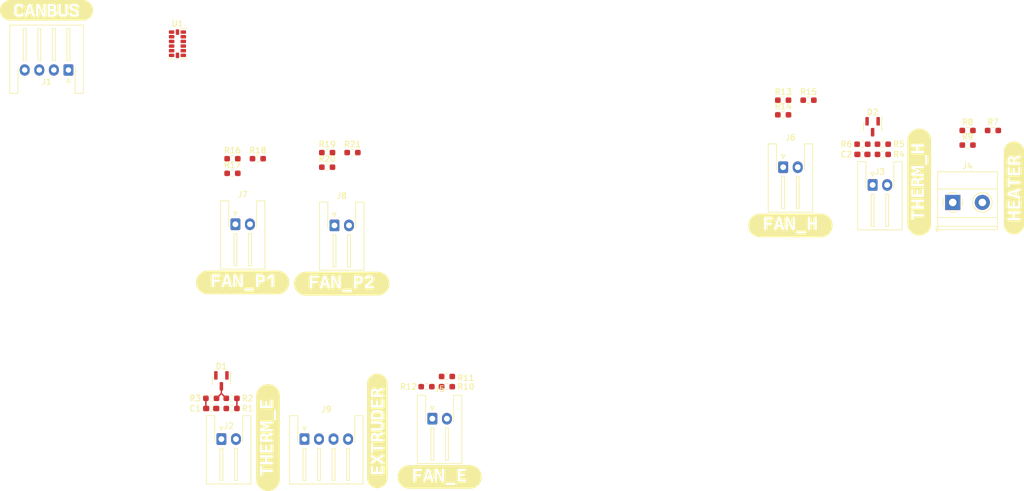
<source format=kicad_pcb>
(kicad_pcb (version 20211014) (generator pcbnew)
  (layers (0 "F.Cu" signal) (31 "B.Cu" signal) (34 "B.Paste" user) (35 "F.Paste" user) (36 "B.SilkS" user "B.Silkscreen") (37 "F.SilkS" user "F.Silkscreen") (38 "B.Mask" user) (39 "F.Mask" user) (44 "Edge.Cuts" user))
  (net 0 "")
  (net 1 "GND")
  (net 2 "+3V3")
  (net 3 "Net-(D1-Pad3)")
  (net 4 "Net-(D2-Pad3)")
  (net 7 "+24V")
  (net 9 "/ADXL/NCS")
  (net 14 "/ADXL/SDO")
  (net 15 "/ADXL/SDA")
  (net 16 "/ADXL/SCL")
  (net 17 "Net-(J2-Pad2)")
  (net 18 "Net-(J3-Pad2)")
  (net 19 "/Heater Element/+POWER")
  (net 20 "Net-(D3-Pad1)")
  (net 21 "/Extruder Fan/+POWER")
  (net 22 "Net-(D5-Pad1)")
  (net 23 "/Hotend Fan/+POWER")
  (net 24 "Net-(D7-Pad1)")
  (net 25 "/Part Fan 1/+POWER")
  (net 26 "Net-(D10-Pad2)")
  (net 27 "/Part Fan 2/+POWER")
  (net 28 "Net-(D11-Pad1)")
  (net 33 "/Extruder Thermistor/MCU")
  (net 34 "/Hotend Thermistor/MCU")
  (net 35 "/Heater Element/IN")
  (net 36 "Net-(Q1-Pad2)")
  (net 37 "Net-(D3-Pad2)")
  (net 38 "/Extruder Fan/IN")
  (net 39 "Net-(Q2-Pad2)")
  (net 40 "Net-(D5-Pad2)")
  (net 41 "/Hotend Fan/IN")
  (net 42 "Net-(Q3-Pad2)")
  (net 43 "Net-(D7-Pad2)")
  (net 44 "/Part Fan 1/IN")
  (net 45 "Net-(Q4-Pad2)")
  (net 46 "Net-(D9-Pad2)")
  (net 47 "/Part Fan 2/IN")
  (net 48 "Net-(Q5-Pad2)")
  (net 49 "Net-(D11-Pad2)")
  (footprint "Resistor_SMD:R_0603_1608Metric_Pad0.98x0.95mm_HandSolder" (layer "F.Cu") (at 151.5 29.69)
    (fp_text reference "R15" (at 0 -1.43) (layer "F.SilkS"))
    (fp_text value "4k7")
    (pad "1" smd roundrect (at -0.9125 0) (size 0.975 0.95) (layers "F.Cu" "F.Paste" "F.Mask") (net 23 "/Hotend Fan/+POWER"))
    (pad "2" smd roundrect (at 0.9125 0) (size 0.975 0.95) (layers "F.Cu" "F.Paste" "F.Mask") (net 43 "Net-(D7-Pad2)"))
  )
  (footprint "Resistor_SMD:R_0603_1608Metric_Pad0.98x0.95mm_HandSolder" (layer "F.Cu") (at 183.15 34.89)
    (fp_text reference "R7" (at 0 -1.43) (layer "F.SilkS"))
    (fp_text value "1k")
    (pad "1" smd roundrect (at -0.9125 0) (size 0.975 0.95) (layers "F.Cu" "F.Paste" "F.Mask") (net 35 "/Heater Element/IN"))
    (pad "2" smd roundrect (at 0.9125 0) (size 0.975 0.95) (layers "F.Cu" "F.Paste" "F.Mask") (net 36 "Net-(Q1-Pad2)"))
  )
  (footprint "Resistor_SMD:R_0603_1608Metric_Pad0.98x0.95mm_HandSolder" (layer "F.Cu") (at 73.25 38.69)
    (fp_text reference "R21" (at 0 -1.43) (layer "F.SilkS"))
    (fp_text value "4k7")
    (pad "1" smd roundrect (at -0.9125 0) (size 0.975 0.95) (layers "F.Cu" "F.Paste" "F.Mask") (net 27 "/Part Fan 2/+POWER"))
    (pad "2" smd roundrect (at 0.9125 0) (size 0.975 0.95) (layers "F.Cu" "F.Paste" "F.Mask") (net 49 "Net-(D11-Pad2)"))
  )
  (footprint "Resistor_SMD:R_0603_1608Metric_Pad0.98x0.95mm_HandSolder" (layer "F.Cu") (at 147.15 32.2)
    (fp_text reference "R14" (at 0 -1.43) (layer "F.SilkS"))
    (fp_text value "10k")
    (pad "1" smd roundrect (at -0.9125 0) (size 0.975 0.95) (layers "F.Cu" "F.Paste" "F.Mask") (net 41 "/Hotend Fan/IN"))
    (pad "2" smd roundrect (at 0.9125 0) (size 0.975 0.95) (layers "F.Cu" "F.Paste" "F.Mask") (net 1 "GND"))
  )
  (footprint "Connector_JST:JST_XH_S4B-XH-A-1_1x04_P2.50mm_Horizontal" (layer "F.Cu") (at 24.5 24.5 180)
    (fp_text reference "J1" (at 3.75 -2) (layer "F.SilkS"))
    (fp_text value "CANBUS" hide)
    (pad "1" thru_hole roundrect (at 0 0 180) (size 1.7 1.95) (drill 0.95) (layers *.Cu *.Mask) (roundrect_rratio 0.147059) (net 1 "GND"))
    (pad "2" thru_hole oval (at 2.5 0 180) (size 1.7 1.95) (drill 0.95) (layers *.Cu *.Mask))
    (pad "3" thru_hole oval (at 5 0 180) (size 1.7 1.95) (drill 0.95) (layers *.Cu *.Mask))
    (pad "4" thru_hole oval (at 7.5 0 180) (size 1.7 1.95) (drill 0.95) (layers *.Cu *.Mask) (net 7 "+24V"))
  )
  (footprint "kibuzzard-65BAC02F" (layer "F.Cu") (at 58.75 87.65 90)
    (fp_text reference "kibuzzard-65BAC02F" hide)
    (fp_text value "G***" hide)
  )
  (footprint "Connector_JST:JST_XH_S2B-XH-A-1_1x02_P2.50mm_Horizontal" (layer "F.Cu") (at 86.95 84.4)
    (fp_text reference "J5" (at 1.25 -5.1) (layer "F.SilkS"))
    (fp_text value "Conn_01x02" hide)
    (pad "1" thru_hole roundrect (at 0 0) (size 1.7 2) (drill 1) (layers *.Cu *.Mask) (roundrect_rratio 0.147059) (net 21 "/Extruder Fan/+POWER"))
    (pad "2" thru_hole oval (at 2.5 0) (size 1.7 2) (drill 1) (layers *.Cu *.Mask) (net 22 "Net-(D5-Pad1)"))
  )
  (footprint "Resistor_SMD:R_0603_1608Metric_Pad0.98x0.95mm_HandSolder" (layer "F.Cu") (at 85.95 78.9)
    (fp_text reference "R12" (at -3.1 0) (layer "F.SilkS"))
    (fp_text value "4k7" hide)
    (pad "1" smd roundrect (at -0.9125 0) (size 0.975 0.95) (layers "F.Cu" "F.Paste" "F.Mask") (net 21 "/Extruder Fan/+POWER"))
    (pad "2" smd roundrect (at 0.9125 0) (size 0.975 0.95) (layers "F.Cu" "F.Paste" "F.Mask") (net 40 "Net-(D5-Pad2)"))
  )
  (footprint "Resistor_SMD:R_0603_1608Metric_Pad0.98x0.95mm_HandSolder" (layer "F.Cu") (at 52.5 82.65)
    (fp_text reference "R1" (at 2.75 0) (layer "F.SilkS"))
    (fp_text value "4k7" hide)
    (pad "1" smd roundrect (at -0.9125 0) (size 0.975 0.95) (layers "F.Cu" "F.Paste" "F.Mask") (net 2 "+3V3"))
    (pad "2" smd roundrect (at 0.9125 0) (size 0.975 0.95) (layers "F.Cu" "F.Paste" "F.Mask") (net 17 "Net-(J2-Pad2)"))
  )
  (footprint "kibuzzard-65BAB672" (layer "F.Cu") (at 20.75 14.25)
    (fp_text reference "kibuzzard-65BAB672" hide)
    (fp_text value "G***" hide)
  )
  (footprint "Package_TO_SOT_SMD:SOT-23" (layer "F.Cu") (at 162.5 34.25 -90)
    (fp_text reference "D2" (at -2.5 0 180) (layer "F.SilkS"))
    (fp_text value "BAV99" hide)
    (pad "1" smd roundrect (at -0.9375 -0.95 270) (size 1.475 0.6) (layers "F.Cu" "F.Paste" "F.Mask") (net 1 "GND"))
    (pad "2" smd roundrect (at -0.9375 0.95 270) (size 1.475 0.6) (layers "F.Cu" "F.Paste" "F.Mask") (net 2 "+3V3"))
    (pad "3" smd roundrect (at 0.9375 0 270) (size 1.475 0.6) (layers "F.Cu" "F.Paste" "F.Mask") (net 4 "Net-(D2-Pad3)"))
  )
  (footprint "kibuzzard-65BAC429" (layer "F.Cu") (at 71.4 61.2)
    (fp_text reference "kibuzzard-65BAC429" hide)
    (fp_text value "G***" hide)
  )
  (footprint "kibuzzard-65BABB0F" (layer "F.Cu") (at 77.5 86.5 90)
    (fp_text reference "kibuzzard-65BABB0F" hide)
    (fp_text value "G***" hide)
  )
  (footprint "Connector_JST:JST_XH_S2B-XH-A-1_1x02_P2.50mm_Horizontal" (layer "F.Cu") (at 53.15 51)
    (fp_text reference "J7" (at 1.25 -5.1) (layer "F.SilkS"))
    (fp_text value "Conn_01x02" hide)
    (pad "1" thru_hole roundrect (at 0 0) (size 1.7 2) (drill 1) (layers *.Cu *.Mask) (roundrect_rratio 0.147059) (net 25 "/Part Fan 1/+POWER"))
    (pad "2" thru_hole oval (at 2.5 0) (size 1.7 2) (drill 1) (layers *.Cu *.Mask) (net 26 "Net-(D10-Pad2)"))
  )
  (footprint "kibuzzard-65BAC407" (layer "F.Cu") (at 148.4 51.2)
    (fp_text reference "kibuzzard-65BAC407" hide)
    (fp_text value "G***" hide)
  )
  (footprint "Connector_JST:JST_XH_S2B-XH-A-1_1x02_P2.50mm_Horizontal" (layer "F.Cu") (at 147.15 41.2)
    (fp_text reference "J6" (at 1.25 -5.1) (layer "F.SilkS"))
    (fp_text value "Conn_01x02" hide)
    (pad "1" thru_hole roundrect (at 0 0) (size 1.7 2) (drill 1) (layers *.Cu *.Mask) (roundrect_rratio 0.147059) (net 23 "/Hotend Fan/+POWER"))
    (pad "2" thru_hole oval (at 2.5 0) (size 1.7 2) (drill 1) (layers *.Cu *.Mask) (net 24 "Net-(D7-Pad1)"))
  )
  (footprint "Resistor_SMD:R_0603_1608Metric_Pad0.98x0.95mm_HandSolder" (layer "F.Cu") (at 49 80.9 180)
    (fp_text reference "R3" (at 2.75 0) (layer "F.SilkS"))
    (fp_text value "2k37" hide)
    (pad "1" smd roundrect (at -0.9125 0 180) (size 0.975 0.95) (layers "F.Cu" "F.Paste" "F.Mask") (net 3 "Net-(D1-Pad3)"))
    (pad "2" smd roundrect (at 0.9125 0 180) (size 0.975 0.95) (layers "F.Cu" "F.Paste" "F.Mask") (net 33 "/Extruder Thermistor/MCU"))
  )
  (footprint "Connector_JST:JST_XH_S2B-XH-A-1_1x02_P2.50mm_Horizontal" (layer "F.Cu") (at 70.15 51.2)
    (fp_text reference "J8" (at 1.25 -5.1) (layer "F.SilkS"))
    (fp_text value "Conn_01x02" hide)
    (pad "1" thru_hole roundrect (at 0 0) (size 1.7 2) (drill 1) (layers *.Cu *.Mask) (roundrect_rratio 0.147059) (net 27 "/Part Fan 2/+POWER"))
    (pad "2" thru_hole oval (at 2.5 0) (size 1.7 2) (drill 1) (layers *.Cu *.Mask) (net 28 "Net-(D11-Pad1)"))
  )
  (footprint "Resistor_SMD:R_0603_1608Metric_Pad0.98x0.95mm_HandSolder" (layer "F.Cu") (at 68.9 38.69)
    (fp_text reference "R19" (at 0 -1.43) (layer "F.SilkS"))
    (fp_text value "22")
    (pad "1" smd roundrect (at -0.9125 0) (size 0.975 0.95) (layers "F.Cu" "F.Paste" "F.Mask") (net 47 "/Part Fan 2/IN"))
    (pad "2" smd roundrect (at 0.9125 0) (size 0.975 0.95) (layers "F.Cu" "F.Paste" "F.Mask") (net 48 "Net-(Q5-Pad2)"))
  )
  (footprint "kibuzzard-65BAC420" (layer "F.Cu") (at 54.4 61)
    (fp_text reference "kibuzzard-65BAC420" hide)
    (fp_text value "G***" hide)
  )
  (footprint "Resistor_SMD:R_0603_1608Metric_Pad0.98x0.95mm_HandSolder" (layer "F.Cu") (at 89.45 77.15 180)
    (fp_text reference "R11" (at -3.25 -0.25) (layer "F.SilkS"))
    (fp_text value "10k" hide)
    (pad "1" smd roundrect (at -0.9125 0 180) (size 0.975 0.95) (layers "F.Cu" "F.Paste" "F.Mask") (net 38 "/Extruder Fan/IN"))
    (pad "2" smd roundrect (at 0.9125 0 180) (size 0.975 0.95) (layers "F.Cu" "F.Paste" "F.Mask") (net 1 "GND"))
  )
  (footprint "Resistor_SMD:R_0603_1608Metric_Pad0.98x0.95mm_HandSolder" (layer "F.Cu") (at 178.8 34.89)
    (fp_text reference "R8" (at 0 -1.43) (layer "F.SilkS"))
    (fp_text value "10k")
    (pad "1" smd roundrect (at -0.9125 0) (size 0.975 0.95) (layers "F.Cu" "F.Paste" "F.Mask") (net 35 "/Heater Element/IN"))
    (pad "2" smd roundrect (at 0.9125 0) (size 0.975 0.95) (layers "F.Cu" "F.Paste" "F.Mask") (net 1 "GND"))
  )
  (footprint "Package_LGA:LGA-14_3x5mm_P0.8mm_LayoutBorder1x6y" (layer "F.Cu") (at 43.21 19.99)
    (fp_text reference "U1" (at 0 -3.45) (layer "F.SilkS"))
    (fp_text value "ADXL345")
    (pad "1" smd roundrect (at -1 -2) (size 0.95 0.6) (layers "F.Cu" "F.Paste" "F.Mask") (net 2 "+3V3"))
    (pad "2" smd roundrect (at -1 -1.2) (size 0.95 0.6) (layers "F.Cu" "F.Paste" "F.Mask") (net 1 "GND"))
    (pad "3" smd roundrect (at -1 -0.4) (size 0.95 0.6) (layers "F.Cu" "F.Paste" "F.Mask"))
    (pad "4" smd roundrect (at -1 0.4) (size 0.95 0.6) (layers "F.Cu" "F.Paste" "F.Mask") (net 1 "GND"))
    (pad "5" smd roundrect (at -1 1.2) (size 0.95 0.6) (layers "F.Cu" "F.Paste" "F.Mask") (net 1 "GND"))
    (pad "6" smd roundrect (at -1 2) (size 0.95 0.6) (layers "F.Cu" "F.Paste" "F.Mask") (net 2 "+3V3"))
    (pad "7" smd roundrect (at 0 2) (size 0.6 0.95) (layers "F.Cu" "F.Paste" "F.Mask") (net 9 "/ADXL/NCS"))
    (pad "8" smd roundrect (at 1 2) (size 0.95 0.6) (layers "F.Cu" "F.Paste" "F.Mask"))
    (pad "9" smd roundrect (at 1 1.2) (size 0.95 0.6) (layers "F.Cu" "F.Paste" "F.Mask"))
    (pad "10" smd roundrect (at 1 0.4) (size 0.95 0.6) (layers "F.Cu" "F.Paste" "F.Mask"))
    (pad "11" smd roundrect (at 1 -0.4) (size 0.95 0.6) (layers "F.Cu" "F.Paste" "F.Mask"))
    (pad "12" smd roundrect (at 1 -1.2) (size 0.95 0.6) (layers "F.Cu" "F.Paste" "F.Mask") (net 14 "/ADXL/SDO"))
    (pad "13" smd roundrect (at 1 -2) (size 0.95 0.6) (layers "F.Cu" "F.Paste" "F.Mask") (net 15 "/ADXL/SDA"))
    (pad "14" smd roundrect (at 0 -2) (size 0.6 0.95) (layers "F.Cu" "F.Paste" "F.Mask") (net 16 "/ADXL/SCL"))
  )
  (footprint "Resistor_SMD:R_0603_1608Metric_Pad0.98x0.95mm_HandSolder" (layer "F.Cu") (at 160.75 37.25 180)
    (fp_text reference "R6" (at 2.75 0) (layer "F.SilkS"))
    (fp_text value "2k37" hide)
    (pad "1" smd roundrect (at -0.9125 0 180) (size 0.975 0.95) (layers "F.Cu" "F.Paste" "F.Mask") (net 4 "Net-(D2-Pad3)"))
    (pad "2" smd roundrect (at 0.9125 0 180) (size 0.975 0.95) (layers "F.Cu" "F.Paste" "F.Mask") (net 34 "/Hotend Thermistor/MCU"))
  )
  (footprint "Capacitor_SMD:C_0603_1608Metric_Pad1.08x0.95mm_HandSolder" (layer "F.Cu") (at 160.75 39)
    (fp_text reference "C2" (at -2.75 0) (layer "F.SilkS"))
    (fp_text value "0u1" hide)
    (pad "1" smd roundrect (at -0.8625 0) (size 1.075 0.95) (layers "F.Cu" "F.Paste" "F.Mask") (net 34 "/Hotend Thermistor/MCU"))
    (pad "2" smd roundrect (at 0.8625 0) (size 1.075 0.95) (layers "F.Cu" "F.Paste" "F.Mask") (net 1 "GND"))
  )
  (footprint "TerminalBlock_Phoenix:TerminalBlock_Phoenix_MKDS-1,5-2-5.08_1x02_P5.08mm_Horizontal" (layer "F.Cu") (at 176.25 47.25)
    (fp_text reference "J4" (at 2.54 -6.26) (layer "F.SilkS"))
    (fp_text value "Conn_01x02" hide)
    (pad "1" thru_hole rect (at 0 0) (size 2.6 2.6) (drill 1.3) (layers *.Cu *.Mask) (net 19 "/Heater Element/+POWER"))
    (pad "2" thru_hole circle (at 5.08 0) (size 2.6 2.6) (drill 1.3) (layers *.Cu *.Mask) (net 20 "Net-(D3-Pad1)"))
  )
  (footprint "Resistor_SMD:R_0603_1608Metric_Pad0.98x0.95mm_HandSolder" (layer "F.Cu") (at 52.65 39.74)
    (fp_text reference "R16" (at 0 -1.43) (layer "F.SilkS"))
    (fp_text value "22")
    (pad "1" smd roundrect (at -0.9125 0) (size 0.975 0.95) (layers "F.Cu" "F.Paste" "F.Mask") (net 44 "/Part Fan 1/IN"))
    (pad "2" smd roundrect (at 0.9125 0) (size 0.975 0.95) (layers "F.Cu" "F.Paste" "F.Mask") (net 45 "Net-(Q4-Pad2)"))
  )
  (footprint "Resistor_SMD:R_0603_1608Metric_Pad0.98x0.95mm_HandSolder" (layer "F.Cu") (at 52.5 80.9 180)
    (fp_text reference "R2" (at -2.75 0) (layer "F.SilkS"))
    (fp_text value "2k37" hide)
    (pad "1" smd roundrect (at -0.9125 0 180) (size 0.975 0.95) (layers "F.Cu" "F.Paste" "F.Mask") (net 17 "Net-(J2-Pad2)"))
    (pad "2" smd roundrect (at 0.9125 0 180) (size 0.975 0.95) (layers "F.Cu" "F.Paste" "F.Mask") (net 3 "Net-(D1-Pad3)"))
  )
  (footprint "Resistor_SMD:R_0603_1608Metric_Pad0.98x0.95mm_HandSolder" (layer "F.Cu") (at 52.65 42.25)
    (fp_text reference "R17" (at 0 -1.43) (layer "F.SilkS"))
    (fp_text value "10k")
    (pad "1" smd roundrect (at -0.9125 0) (size 0.975 0.95) (layers "F.Cu" "F.Paste" "F.Mask") (net 44 "/Part Fan 1/IN"))
    (pad "2" smd roundrect (at 0.9125 0) (size 0.975 0.95) (layers "F.Cu" "F.Paste" "F.Mask") (net 1 "GND"))
  )
  (footprint "kibuzzard-65BAB9B6" (layer "F.Cu") (at 186.75 44.75 90)
    (fp_text reference "kibuzzard-65BAB9B6" hide)
    (fp_text value "G***" hide)
  )
  (footprint "Resistor_SMD:R_0603_1608Metric_Pad0.98x0.95mm_HandSolder" (layer "F.Cu") (at 164.25 39)
    (fp_text reference "R4" (at 2.75 0) (layer "F.SilkS"))
    (fp_text value "4k7" hide)
    (pad "1" smd roundrect (at -0.9125 0) (size 0.975 0.95) (layers "F.Cu" "F.Paste" "F.Mask") (net 2 "+3V3"))
    (pad "2" smd roundrect (at 0.9125 0) (size 0.975 0.95) (layers "F.Cu" "F.Paste" "F.Mask") (net 18 "Net-(J3-Pad2)"))
  )
  (footprint "Connector_JST:JST_XH_S2B-XH-A-1_1x02_P2.50mm_Horizontal" (layer "F.Cu") (at 50.75 87.9)
    (fp_text reference "J2" (at 1.25 -2.25) (layer "F.SilkS"))
    (fp_text value "Conn_01x02_Male" hide)
    (pad "1" thru_hole roundrect (at 0 0) (size 1.7 2) (drill 1) (layers *.Cu *.Mask) (roundrect_rratio 0.147059) (net 1 "GND"))
    (pad "2" thru_hole oval (at 2.5 0) (size 1.7 2) (drill 1) (layers *.Cu *.Mask) (net 17 "Net-(J2-Pad2)"))
  )
  (footprint "Resistor_SMD:R_0603_1608Metric_Pad0.98x0.95mm_HandSolder" (layer "F.Cu") (at 164.25 37.25 180)
    (fp_text reference "R5" (at -2.75 0) (layer "F.SilkS"))
    (fp_text value "2k37" hide)
    (pad "1" smd roundrect (at -0.9125 0 180) (size 0.975 0.95) (layers "F.Cu" "F.Paste" "F.Mask") (net 18 "Net-(J3-Pad2)"))
    (pad "2" smd roundrect (at 0.9125 0 180) (size 0.975 0.95) (layers "F.Cu" "F.Paste" "F.Mask") (net 4 "Net-(D2-Pad3)"))
  )
  (footprint "Package_TO_SOT_SMD:SOT-23" (layer "F.Cu") (at 50.75 77.9 -90)
    (fp_text reference "D1" (at -2.5 0 180) (layer "F.SilkS"))
    (fp_text value "BAV99" hide)
    (pad "1" smd roundrect (at -0.9375 -0.95 270) (size 1.475 0.6) (layers "F.Cu" "F.Paste" "F.Mask") (net 1 "GND"))
    (pad "2" smd roundrect (at -0.9375 0.95 270) (size 1.475 0.6) (layers "F.Cu" "F.Paste" "F.Mask") (net 2 "+3V3"))
    (pad "3" smd roundrect (at 0.9375 0 270) (size 1.475 0.6) (layers "F.Cu" "F.Paste" "F.Mask") (net 3 "Net-(D1-Pad3)"))
  )
  (footprint "Resistor_SMD:R_0603_1608Metric_Pad0.98x0.95mm_HandSolder" (layer "F.Cu") (at 68.9 41.2)
    (fp_text reference "R20" (at 0 -1.43) (layer "F.SilkS"))
    (fp_text value "10k")
    (pad "1" smd roundrect (at -0.9125 0) (size 0.975 0.95) (layers "F.Cu" "F.Paste" "F.Mask") (net 47 "/Part Fan 2/IN"))
    (pad "2" smd roundrect (at 0.9125 0) (size 0.975 0.95) (layers "F.Cu" "F.Paste" "F.Mask") (net 1 "GND"))
  )
  (footprint "Connector_JST:JST_XH_S2B-XH-A-1_1x02_P2.50mm_Horizontal" (layer "F.Cu") (at 162.5 44.25)
    (fp_text reference "J3" (at 1.25 -2.25) (layer "F.SilkS"))
    (fp_text value "Conn_01x02_Male" hide)
    (pad "1" thru_hole roundrect (at 0 0) (size 1.7 2) (drill 1) (layers *.Cu *.Mask) (roundrect_rratio 0.147059) (net 1 "GND"))
    (pad "2" thru_hole oval (at 2.5 0) (size 1.7 2) (drill 1) (layers *.Cu *.Mask) (net 18 "Net-(J3-Pad2)"))
  )
  (footprint "Resistor_SMD:R_0603_1608Metric_Pad0.98x0.95mm_HandSolder" (layer "F.Cu") (at 89.45 78.9 180)
    (fp_text reference "R10" (at -3.25 0) (layer "F.SilkS"))
    (fp_text value "22" hide)
    (pad "1" smd roundrect (at -0.9125 0 180) (size 0.975 0.95) (layers "F.Cu" "F.Paste" "F.Mask") (net 38 "/Extruder Fan/IN"))
    (pad "2" smd roundrect (at 0.9125 0 180) (size 0.975 0.95) (layers "F.Cu" "F.Paste" "F.Mask") (net 39 "Net-(Q2-Pad2)"))
  )
  (footprint "Resistor_SMD:R_0603_1608Metric_Pad0.98x0.95mm_HandSolder" (layer "F.Cu") (at 57 39.74)
    (fp_text reference "R18" (at 0 -1.43) (layer "F.SilkS"))
    (fp_text value "4k7")
    (pad "1" smd roundrect (at -0.9125 0) (size 0.975 0.95) (layers "F.Cu" "F.Paste" "F.Mask") (net 25 "/Part Fan 1/+POWER"))
    (pad "2" smd roundrect (at 0.9125 0) (size 0.975 0.95) (layers "F.Cu" "F.Paste" "F.Mask") (net 46 "Net-(D9-Pad2)"))
  )
  (footprint "Connector_JST:JST_XH_S4B-XH-A-1_1x04_P2.50mm_Horizontal" (layer "F.Cu") (at 65 87.9)
    (fp_text reference "J9" (at 3.75 -5.1) (layer "F.SilkS"))
    (fp_text value "Conn_01x04" hide)
    (pad "1" thru_hole roundrect (at 0 0) (size 1.7 1.95) (drill 0.95) (layers *.Cu *.Mask) (roundrect_rratio 0.147059))
    (pad "2" thru_hole oval (at 2.5 0) (size 1.7 1.95) (drill 0.95) (layers *.Cu *.Mask))
    (pad "3" thru_hole oval (at 5 0) (size 1.7 1.95) (drill 0.95) (layers *.Cu *.Mask))
    (pad "4" thru_hole oval (at 7.5 0) (size 1.7 1.95) (drill 0.95) (layers *.Cu *.Mask))
  )
  (footprint "kibuzzard-65BAC3BD" (layer "F.Cu") (at 88.2 94.4)
    (fp_text reference "kibuzzard-65BAC3BD" hide)
    (fp_text value "G***" hide)
  )
  (footprint "Resistor_SMD:R_0603_1608Metric_Pad0.98x0.95mm_HandSolder" (layer "F.Cu") (at 178.8 37.4)
    (fp_text reference "R9" (at 0 -1.43) (layer "F.SilkS"))
    (fp_text value "4k7")
    (pad "1" smd roundrect (at -0.9125 0) (size 0.975 0.95) (layers "F.Cu" "F.Paste" "F.Mask") (net 19 "/Heater Element/+POWER"))
    (pad "2" smd roundrect (at 0.9125 0) (size 0.975 0.95) (layers "F.Cu" "F.Paste" "F.Mask") (net 37 "Net-(D3-Pad2)"))
  )
  (footprint "Capacitor_SMD:C_0603_1608Metric_Pad1.08x0.95mm_HandSolder" (layer "F.Cu") (at 49 82.65)
    (fp_text reference "C1" (at -2.75 0) (layer "F.SilkS"))
    (fp_text value "0u1" hide)
    (pad "1" smd roundrect (at -0.8625 0) (size 1.075 0.95) (layers "F.Cu" "F.Paste" "F.Mask") (net 33 "/Extruder Thermistor/MCU"))
    (pad "2" smd roundrect (at 0.8625 0) (size 1.075 0.95) (layers "F.Cu" "F.Paste" "F.Mask") (net 1 "GND"))
  )
  (footprint "Resistor_SMD:R_0603_1608Metric_Pad0.98x0.95mm_HandSolder" (layer "F.Cu") (at 147.15 29.69)
    (fp_text reference "R13" (at 0 -1.43) (layer "F.SilkS"))
    (fp_text value "22")
    (pad "1" smd roundrect (at -0.9125 0) (size 0.975 0.95) (layers "F.Cu" "F.Paste" "F.Mask") (net 41 "/Hotend Fan/IN"))
    (pad "2" smd roundrect (at 0.9125 0) (size 0.975 0.95) (layers "F.Cu" "F.Paste" "F.Mask") (net 42 "Net-(Q3-Pad2)"))
  )
  (footprint "kibuzzard-65BAC03F" (layer "F.Cu") (at 170.5 43.75 90)
    (fp_text reference "kibuzzard-65BAC03F" hide)
    (fp_text value "G***" hide)
  )
  (segment (start 50.75 80.0625) (end 51.5875 80.9) (width 0.25) (layer "F.Cu") (net 3))
  (segment (start 50.75 80.0625) (end 49.9125 80.9) (width 0.25) (layer "F.Cu") (net 3))
  (segment (start 50.75 78.8375) (end 50.75 80.0625) (width 0.25) (layer "F.Cu") (net 3))
  (segment (start 53.4125 80.9) (end 53.4125 82.65) (width 0.25) (layer "F.Cu") (net 17))
  (segment (start 48.0875 82.6) (end 48.1375 82.65) (width 0.25) (layer "F.Cu") (net 33))
  (segment (start 48.0875 80.9) (end 48.0875 82.6) (width 0.25) (layer "F.Cu") (net 33))
)
</source>
